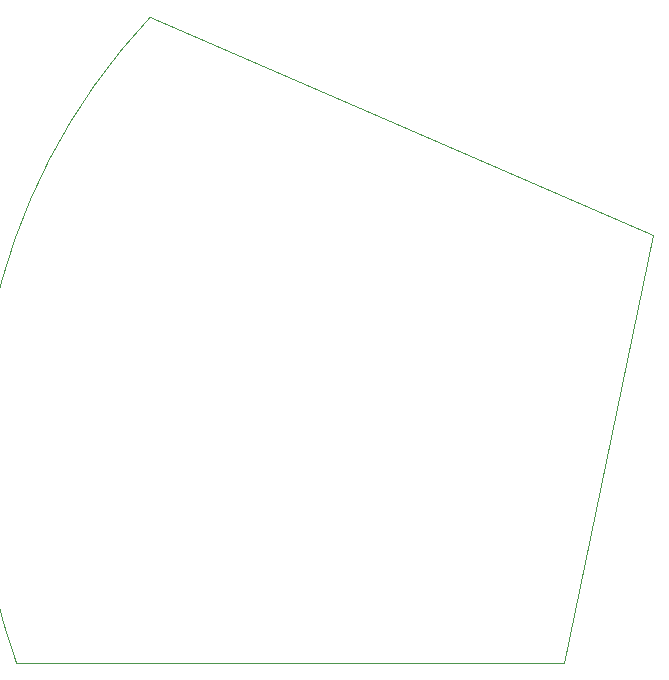
<source format=gbr>
%TF.GenerationSoftware,KiCad,Pcbnew,(6.0.6)*%
%TF.CreationDate,2022-09-18T12:07:46-04:00*%
%TF.ProjectId,tier2,74696572-322e-46b6-9963-61645f706362,rev?*%
%TF.SameCoordinates,Original*%
%TF.FileFunction,Profile,NP*%
%FSLAX46Y46*%
G04 Gerber Fmt 4.6, Leading zero omitted, Abs format (unit mm)*
G04 Created by KiCad (PCBNEW (6.0.6)) date 2022-09-18 12:07:46*
%MOMM*%
%LPD*%
G01*
G04 APERTURE LIST*
%TA.AperFunction,Profile*%
%ADD10C,0.100000*%
%TD*%
G04 APERTURE END LIST*
D10*
X120035539Y-60214666D02*
G75*
G03*
X108703493Y-114925334I38802722J-36566003D01*
G01*
X108703493Y-114925334D02*
X155080015Y-114925334D01*
X155080015Y-114925334D02*
X162596508Y-78636004D01*
X162596508Y-78636004D02*
X120035539Y-60214666D01*
M02*

</source>
